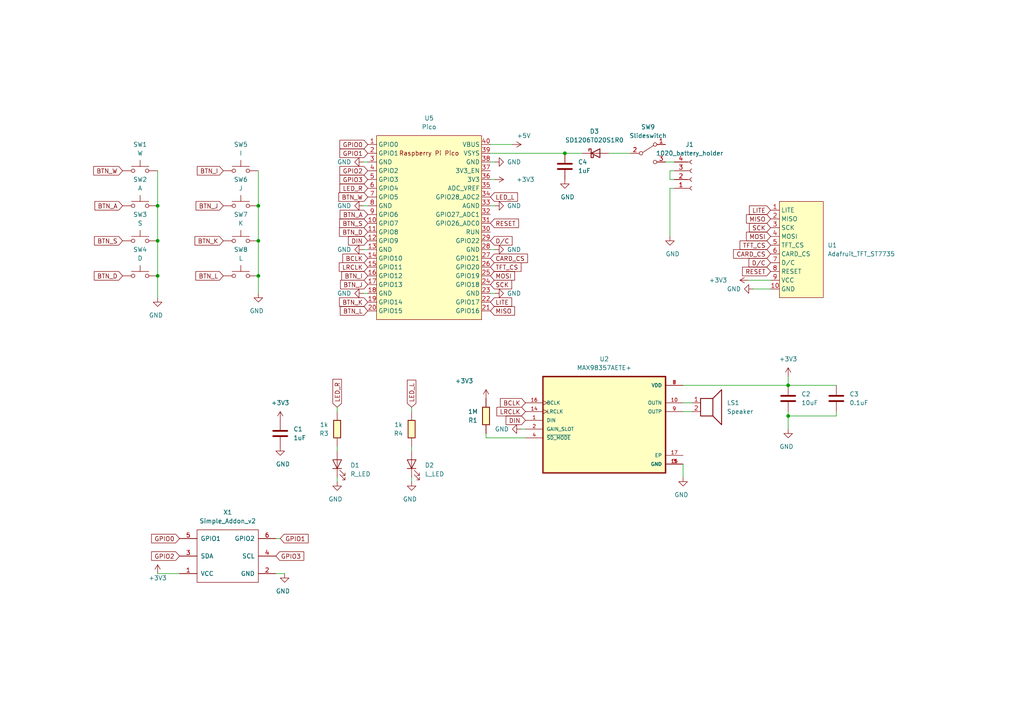
<source format=kicad_sch>
(kicad_sch (version 20230121) (generator eeschema)
  (paper "A4")
  (lib_symbols
    (symbol "Connector:Conn_01x04_Female" (pin_names (offset 1.016) hide)
      (property "Reference" "J" (at 0 5.08 0))
      (property "Value" "Conn_01x04_Female" (at 0 -7.62 0))
      (symbol "Conn_01x04_Female_1_1"
        (arc (start 0 -4.572) (mid -0.5058 -5.08) (end 0 -5.588) (stroke (width 0.1524)))
        (arc (start 0 -2.032) (mid -0.5058 -2.54) (end 0 -3.048) (stroke (width 0.1524)))
        (polyline (pts (xy -1.27 -5.08) (xy -0.508 -5.08)) (stroke (width 0.1524)))
        (polyline (pts (xy -1.27 -2.54) (xy -0.508 -2.54)) (stroke (width 0.1524)))
        (polyline (pts (xy -1.27 0) (xy -0.508 0)) (stroke (width 0.1524)))
        (polyline (pts (xy -1.27 2.54) (xy -0.508 2.54)) (stroke (width 0.1524)))
        (arc (start 0 0.508) (mid -0.5058 0) (end 0 -0.508) (stroke (width 0.1524)))
        (arc (start 0 3.048) (mid -0.5058 2.54) (end 0 2.032) (stroke (width 0.1524)))
        (pin passive line (at -5.08 2.54 0) (length 3.81) (name "Pin_1") (number "1"))
        (pin passive line (at -5.08 0 0) (length 3.81) (name "Pin_2") (number "2"))
        (pin passive line (at -5.08 -2.54 0) (length 3.81) (name "Pin_3") (number "3"))
        (pin passive line (at -5.08 -5.08 0) (length 3.81) (name "Pin_4") (number "4"))
      )
    )
    (symbol "Device:D_Schottky" (pin_numbers hide) (pin_names (offset 1.016) hide)
      (property "Reference" "D" (at 0 2.54 0))
      (property "Value" "D_Schottky" (at 0 -2.54 0))
      (symbol "D_Schottky_0_1"
        (polyline (pts (xy 1.27 0) (xy -1.27 0)))
        (polyline (pts (xy 1.27 1.27) (xy 1.27 -1.27) (xy -1.27 0) (xy 1.27 1.27)) (stroke (width 0.254)))
        (polyline (pts (xy -1.905 0.635) (xy -1.905 1.27) (xy -1.27 1.27) (xy -1.27 -1.27) (xy -0.635 -1.27) (xy -0.635 -0.635)) (stroke (width 0.254)))
      )
      (symbol "D_Schottky_1_1"
        (pin passive line (at -3.81 0 0) (length 2.54) (name "K") (number "1"))
        (pin passive line (at 3.81 0 180) (length 2.54) (name "A") (number "2"))
      )
    )
    (symbol "Device:Speaker" (pin_names (offset 0) hide)
      (property "Reference" "LS" (at 1.27 5.715 0))
      (property "Value" "Speaker" (at 1.27 3.81 0))
      (symbol "Speaker_0_0"
        (rectangle (start -2.54 1.27) (end 1.016 -3.81) (stroke (width 0.254)))
        (polyline (pts (xy 1.016 1.27) (xy 3.556 3.81) (xy 3.556 -6.35) (xy 1.016 -3.81)) (stroke (width 0.254)))
      )
      (symbol "Speaker_1_1"
        (pin input line (at -5.08 0 0) (length 2.54) (name "1") (number "1"))
        (pin input line (at -5.08 -2.54 0) (length 2.54) (name "2") (number "2"))
      )
    )
    (symbol "MAX98357AETE_:MAX98357AETE+" (pin_names (offset 1.016))
      (property "Reference" "U" (at -17.8054 13.7414 0))
      (property "Value" "MAX98357AETE+" (at -17.8054 -19.2786 0))
      (symbol "MAX98357AETE+_0_0"
        (rectangle (start -17.78 -15.24) (end 17.78 12.7) (stroke (width 0.4064)) (fill (type background)))
        (pin input line (at -22.86 0 0) (length 5.08) (name "DIN") (number "1"))
        (pin output line (at 22.86 5.08 180) (length 5.08) (name "OUTN") (number "10"))
        (pin power_in line (at 22.86 -12.7 180) (length 5.08) (name "GND") (number "11"))
        (pin input clock (at -22.86 2.54 0) (length 5.08) (name "LRCLK") (number "14"))
        (pin power_in line (at 22.86 -12.7 180) (length 5.08) (name "GND") (number "15"))
        (pin input clock (at -22.86 5.08 0) (length 5.08) (name "BCLK") (number "16"))
        (pin power_in line (at 22.86 -10.16 180) (length 5.08) (name "EP") (number "17"))
        (pin input line (at -22.86 -2.54 0) (length 5.08) (name "GAIN_SLOT") (number "2"))
        (pin power_in line (at 22.86 -12.7 180) (length 5.08) (name "GND") (number "3"))
        (pin input line (at -22.86 -5.08 0) (length 5.08) (name "~{SD_MODE}") (number "4"))
        (pin power_in line (at 22.86 10.16 180) (length 5.08) (name "VDD") (number "7"))
        (pin power_in line (at 22.86 10.16 180) (length 5.08) (name "VDD") (number "8"))
        (pin output line (at 22.86 2.54 180) (length 5.08) (name "OUTP") (number "9"))
      )
    )
    (symbol "MCU_RaspberryPi_and_Boards:Pico"
      (property "Reference" "U5" (at 0 31.75 0))
      (property "Value" "Pico" (at 0 29.21 0))
      (symbol "Pico_0_0"
        (text "Raspberry Pi Pico" (at 0 21.59 0) (effects (font (size 1.27 1.27))))
      )
      (symbol "Pico_0_1"
        (rectangle (start -15.24 26.67) (end 15.24 -26.67) (fill (type background)))
      )
      (symbol "Pico_1_1"
        (pin bidirectional line (at -17.78 24.13 0) (length 2.54) (name "GPIO0") (number "1"))
        (pin bidirectional line (at -17.78 1.27 0) (length 2.54) (name "GPIO7") (number "10"))
        (pin bidirectional line (at -17.78 -1.27 0) (length 2.54) (name "GPIO8") (number "11"))
        (pin bidirectional line (at -17.78 -3.81 0) (length 2.54) (name "GPIO9") (number "12"))
        (pin power_in line (at -17.78 -6.35 0) (length 2.54) (name "GND") (number "13"))
        (pin bidirectional line (at -17.78 -8.89 0) (length 2.54) (name "GPIO10") (number "14"))
        (pin bidirectional line (at -17.78 -11.43 0) (length 2.54) (name "GPIO11") (number "15"))
        (pin bidirectional line (at -17.78 -13.97 0) (length 2.54) (name "GPIO12") (number "16"))
        (pin bidirectional line (at -17.78 -16.51 0) (length 2.54) (name "GPIO13") (number "17"))
        (pin power_in line (at -17.78 -19.05 0) (length 2.54) (name "GND") (number "18"))
        (pin bidirectional line (at -17.78 -21.59 0) (length 2.54) (name "GPIO14") (number "19"))
        (pin bidirectional line (at -17.78 21.59 0) (length 2.54) (name "GPIO1") (number "2"))
        (pin bidirectional line (at -17.78 -24.13 0) (length 2.54) (name "GPIO15") (number "20"))
        (pin bidirectional line (at 17.78 -24.13 180) (length 2.54) (name "GPIO16") (number "21"))
        (pin bidirectional line (at 17.78 -21.59 180) (length 2.54) (name "GPIO17") (number "22"))
        (pin power_in line (at 17.78 -19.05 180) (length 2.54) (name "GND") (number "23"))
        (pin bidirectional line (at 17.78 -16.51 180) (length 2.54) (name "GPIO18") (number "24"))
        (pin bidirectional line (at 17.78 -13.97 180) (length 2.54) (name "GPIO19") (number "25"))
        (pin bidirectional line (at 17.78 -11.43 180) (length 2.54) (name "GPIO20") (number "26"))
        (pin bidirectional line (at 17.78 -8.89 180) (length 2.54) (name "GPIO21") (number "27"))
        (pin power_in line (at 17.78 -6.35 180) (length 2.54) (name "GND") (number "28"))
        (pin bidirectional line (at 17.78 -3.81 180) (length 2.54) (name "GPIO22") (number "29"))
        (pin power_in line (at -17.78 19.05 0) (length 2.54) (name "GND") (number "3"))
        (pin input line (at 17.78 -1.27 180) (length 2.54) (name "RUN") (number "30"))
        (pin bidirectional line (at 17.78 1.27 180) (length 2.54) (name "GPIO26_ADC0") (number "31"))
        (pin bidirectional line (at 17.78 3.81 180) (length 2.54) (name "GPIO27_ADC1") (number "32"))
        (pin power_in line (at 17.78 6.35 180) (length 2.54) (name "AGND") (number "33"))
        (pin bidirectional line (at 17.78 8.89 180) (length 2.54) (name "GPIO28_ADC2") (number "34"))
        (pin power_in line (at 17.78 11.43 180) (length 2.54) (name "ADC_VREF") (number "35"))
        (pin power_in line (at 17.78 13.97 180) (length 2.54) (name "3V3") (number "36"))
        (pin input line (at 17.78 16.51 180) (length 2.54) (name "3V3_EN") (number "37"))
        (pin bidirectional line (at 17.78 19.05 180) (length 2.54) (name "GND") (number "38"))
        (pin power_in line (at 17.78 21.59 180) (length 2.54) (name "VSYS") (number "39"))
        (pin bidirectional line (at -17.78 16.51 0) (length 2.54) (name "GPIO2") (number "4"))
        (pin power_in line (at 17.78 24.13 180) (length 2.54) (name "VBUS") (number "40"))
        (pin bidirectional line (at -17.78 13.97 0) (length 2.54) (name "GPIO3") (number "5"))
        (pin bidirectional line (at -17.78 11.43 0) (length 2.54) (name "GPIO4") (number "6"))
        (pin bidirectional line (at -17.78 8.89 0) (length 2.54) (name "GPIO5") (number "7"))
        (pin power_in line (at -17.78 6.35 0) (length 2.54) (name "GND") (number "8"))
        (pin bidirectional line (at -17.78 3.81 0) (length 2.54) (name "GPIO6") (number "9"))
      )
    )
    (symbol "Simple_Addon_v2:Simple_Addon_v2" (pin_names (offset 1.016))
      (property "Reference" "X" (at 0 0 0))
      (property "Value" "Simple_Addon_v2" (at 0 20.32 0))
      (symbol "Simple_Addon_v2_0_1"
        (rectangle (start -7.62 8.89) (end 7.62 -8.89))
      )
      (symbol "Simple_Addon_v2_1_1"
        (pin input line (at -5.08 13.97 270) (length 5.08) (name "VCC") (number "1"))
        (pin input line (at -5.08 -13.97 90) (length 5.08) (name "GND") (number "2"))
        (pin input line (at 0 13.97 270) (length 5.08) (name "SDA") (number "3"))
        (pin input line (at 0 -13.97 90) (length 5.08) (name "SCL") (number "4"))
        (pin input line (at 5.08 13.97 270) (length 5.08) (name "GPIO1") (number "5"))
        (pin input line (at 5.08 -13.97 90) (length 5.08) (name "GPIO2") (number "6"))
      )
    )
    (symbol "fab:BUTTON_B3SN" (pin_numbers hide) (pin_names (offset 1.016) hide)
      (property "Reference" "SW" (at 1.27 2.54 0))
      (property "Value" "BUTTON_B3SN" (at 0 -1.524 0))
      (symbol "BUTTON_B3SN_0_1"
        (circle (center -2.032 0) (radius 0.508))
        (polyline (pts (xy 0 1.27) (xy 0 3.048)))
        (polyline (pts (xy 2.54 1.27) (xy -2.54 1.27)))
        (circle (center 2.032 0) (radius 0.508))
        (pin passive line (at -5.08 0 0) (length 2.54) (name "1") (number "1"))
        (pin passive line (at 5.08 0 180) (length 2.54) (name "2") (number "2"))
      )
    )
    (symbol "fab:C" (pin_numbers hide) (pin_names (offset 0.254))
      (property "Reference" "C" (at 0.635 2.54 0))
      (property "Value" "C" (at 0.635 -2.54 0))
      (symbol "C_0_1"
        (polyline (pts (xy -2.032 -0.762) (xy 2.032 -0.762)) (stroke (width 0.508)))
        (polyline (pts (xy -2.032 0.762) (xy 2.032 0.762)) (stroke (width 0.508)))
      )
      (symbol "C_1_1"
        (pin passive line (at 0 3.81 270) (length 2.794) (name "~") (number "1"))
        (pin passive line (at 0 -3.81 90) (length 2.794) (name "~") (number "2"))
      )
    )
    (symbol "fab:LED_1206" (pin_numbers hide) (pin_names (offset 1.016) hide)
      (property "Reference" "D" (at 0 2.54 0))
      (property "Value" "LED_1206" (at 0 -2.54 0))
      (symbol "LED_1206_0_1"
        (polyline (pts (xy -1.27 -1.27) (xy -1.27 1.27)) (stroke (width 0.2032)))
        (polyline (pts (xy -1.27 0) (xy 1.27 0)))
        (polyline (pts (xy 1.27 -1.27) (xy 1.27 1.27) (xy -1.27 0) (xy 1.27 -1.27)) (stroke (width 0.2032)))
        (polyline (pts (xy -3.048 -0.762) (xy -4.572 -2.286) (xy -3.81 -2.286) (xy -4.572 -2.286) (xy -4.572 -1.524)))
        (polyline (pts (xy -1.778 -0.762) (xy -3.302 -2.286) (xy -2.54 -2.286) (xy -3.302 -2.286) (xy -3.302 -1.524)))
      )
      (symbol "LED_1206_1_1"
        (pin passive line (at -3.81 0 0) (length 2.54) (name "K") (number "1"))
        (pin passive line (at 3.81 0 180) (length 2.54) (name "A") (number "2"))
      )
    )
    (symbol "fab:Power_+3V3" (power) (pin_names (offset 0))
      (property "Value" "Power_+3V3" (at 0 3.556 0))
      (symbol "Power_+3V3_0_1"
        (polyline (pts (xy -0.762 1.27) (xy 0 2.54)))
        (polyline (pts (xy 0 0) (xy 0 2.54)))
        (polyline (pts (xy 0 2.54) (xy 0.762 1.27)))
      )
      (symbol "Power_+3V3_1_1"
        (pin power_in line (at 0 0 90) (length 0) hide (name "+3V3") (number "1"))
      )
    )
    (symbol "fab:Power_+5V" (power) (pin_names (offset 0))
      (property "Value" "Power_+5V" (at 0 3.556 0))
      (symbol "Power_+5V_0_1"
        (polyline (pts (xy -0.762 1.27) (xy 0 2.54)))
        (polyline (pts (xy 0 0) (xy 0 2.54)))
        (polyline (pts (xy 0 2.54) (xy 0.762 1.27)))
      )
      (symbol "Power_+5V_1_1"
        (pin power_in line (at 0 0 90) (length 0) hide (name "+5V") (number "1"))
      )
    )
    (symbol "fab:Power_GND" (power) (pin_names (offset 0))
      (property "Value" "Power_GND" (at 0 -3.81 0))
      (symbol "Power_GND_0_1"
        (polyline (pts (xy 0 0) (xy 0 -1.27) (xy 1.27 -1.27) (xy 0 -2.54) (xy -1.27 -1.27) (xy 0 -1.27)))
      )
      (symbol "Power_GND_1_1"
        (pin power_in line (at 0 0 270) (length 0) hide (name "GND") (number "1"))
      )
    )
    (symbol "fab:R_1206" (pin_numbers hide) (pin_names (offset 0))
      (property "Reference" "R" (at 2.54 0 90))
      (property "Value" "R_1206" (at -2.54 0 90))
      (symbol "R_1206_0_1"
        (rectangle (start -1.016 -2.54) (end 1.016 2.54) (stroke (width 0.254)) (fill (type background)))
      )
      (symbol "R_1206_1_1"
        (pin passive line (at 0 5.08 270) (length 2.54) (name "~") (number "1"))
        (pin passive line (at 0 -5.08 90) (length 2.54) (name "~") (number "2"))
      )
    )
    (symbol "fab:SWITCH_AYZ0102AGRLC" (pin_names (offset 0) hide)
      (property "Reference" "SW" (at 0 4.318 0))
      (property "Value" "SWITCH_AYZ0102AGRLC" (at 0 -5.08 0))
      (symbol "SWITCH_AYZ0102AGRLC_0_0"
        (circle (center -2.032 0) (radius 0.508))
        (circle (center 2.032 -2.54) (radius 0.508))
      )
      (symbol "SWITCH_AYZ0102AGRLC_0_1"
        (polyline (pts (xy -1.524 0.254) (xy 1.651 2.286)))
        (circle (center 2.032 2.54) (radius 0.508))
      )
      (symbol "SWITCH_AYZ0102AGRLC_1_1"
        (pin passive line (at 5.08 2.54 180) (length 2.54) (name "A") (number "1"))
        (pin passive line (at -5.08 0 0) (length 2.54) (name "B") (number "2"))
        (pin passive line (at 5.08 -2.54 180) (length 2.54) (name "C") (number "3"))
      )
    )
    (symbol "fab_custom:Adafruit_TFT_ST7735"
      (property "Reference" "U1" (at 7.62 1.2701 0))
      (property "Value" "Adafruit_TFT_ST7735" (at 7.62 -1.2699 0))
      (symbol "Adafruit_TFT_ST7735_0_1"
        (rectangle (start -6.35 13.97) (end 6.35 -13.97) (fill (type background)))
      )
      (symbol "Adafruit_TFT_ST7735_1_1"
        (pin input line (at -8.89 11.43 0) (length 2.54) (name "LITE") (number "1"))
        (pin power_in line (at -8.89 -11.43 0) (length 2.54) (name "GND") (number "10"))
        (pin output line (at -8.89 8.89 0) (length 2.54) (name "MISO") (number "2"))
        (pin input line (at -8.89 6.35 0) (length 2.54) (name "SCK") (number "3"))
        (pin input line (at -8.89 3.81 0) (length 2.54) (name "MOSI") (number "4"))
        (pin input line (at -8.89 1.27 0) (length 2.54) (name "TFT_CS") (number "5"))
        (pin input line (at -8.89 -1.27 0) (length 2.54) (name "CARD_CS") (number "6"))
        (pin input line (at -8.89 -3.81 0) (length 2.54) (name "D/C") (number "7"))
        (pin input line (at -8.89 -6.35 0) (length 2.54) (name "RESET") (number "8"))
        (pin power_in line (at -8.89 -8.89 0) (length 2.54) (name "VCC") (number "9"))
      )
    )
  )
  (junction (at 228.6 111.76))
  (junction (at 163.83 44.45))
  (junction (at 228.6 120.65))
  (junction (at 74.93 69.85))
  (junction (at 45.72 59.69))
  (junction (at 45.72 69.85))
  (junction (at 74.93 80.01))
  (junction (at 74.93 59.69))
  (junction (at 45.72 80.01))
  (wire (pts (xy 242.57 120.65) (xy 242.57 119.38)))
  (wire (pts (xy 168.91 44.45) (xy 163.83 44.45)))
  (wire (pts (xy 45.72 69.85) (xy 45.72 80.01)))
  (wire (pts (xy 81.28 156.21) (xy 80.01 156.21)))
  (wire (pts (xy 143.51 46.99) (xy 142.24 46.99)))
  (wire (pts (xy 105.41 46.99) (xy 106.68 46.99)))
  (wire (pts (xy 80.01 166.37) (xy 82.55 166.37)))
  (wire (pts (xy 105.41 85.09) (xy 106.68 85.09)))
  (wire (pts (xy 217.17 81.28) (xy 223.52 81.28)))
  (wire (pts (xy 105.41 72.39) (xy 106.68 72.39)))
  (wire (pts (xy 74.93 59.69) (xy 74.93 69.85)))
  (wire (pts (xy 194.31 52.07) (xy 194.31 49.53)))
  (wire (pts (xy 97.79 118.11) (xy 97.79 119.38)))
  (wire (pts (xy 151.13 124.46) (xy 152.4 124.46)))
  (wire (pts (xy 74.93 69.85) (xy 74.93 80.01)))
  (wire (pts (xy 119.38 118.11) (xy 119.38 119.38)))
  (wire (pts (xy 228.6 111.76) (xy 198.12 111.76)))
  (wire (pts (xy 228.6 109.22) (xy 228.6 111.76)))
  (wire (pts (xy 143.51 85.09) (xy 142.24 85.09)))
  (wire (pts (xy 152.4 127) (xy 140.97 127)))
  (wire (pts (xy 45.72 80.01) (xy 45.72 86.36)))
  (wire (pts (xy 97.79 139.7) (xy 97.79 138.43)))
  (wire (pts (xy 194.31 49.53) (xy 195.58 49.53)))
  (wire (pts (xy 105.41 59.69) (xy 106.68 59.69)))
  (wire (pts (xy 228.6 119.38) (xy 228.6 120.65)))
  (wire (pts (xy 119.38 129.54) (xy 119.38 130.81)))
  (wire (pts (xy 74.93 80.01) (xy 74.93 85.09)))
  (wire (pts (xy 143.51 52.07) (xy 142.24 52.07)))
  (wire (pts (xy 228.6 120.65) (xy 228.6 124.46)))
  (wire (pts (xy 200.66 119.38) (xy 198.12 119.38)))
  (wire (pts (xy 200.66 116.84) (xy 198.12 116.84)))
  (wire (pts (xy 97.79 129.54) (xy 97.79 130.81)))
  (wire (pts (xy 45.72 59.69) (xy 45.72 69.85)))
  (wire (pts (xy 45.72 49.53) (xy 45.72 59.69)))
  (wire (pts (xy 195.58 52.07) (xy 194.31 52.07)))
  (wire (pts (xy 195.58 54.61) (xy 194.31 54.61)))
  (wire (pts (xy 143.51 59.69) (xy 142.24 59.69)))
  (wire (pts (xy 218.44 83.82) (xy 223.52 83.82)))
  (wire (pts (xy 193.04 46.99) (xy 195.58 46.99)))
  (wire (pts (xy 148.59 41.91) (xy 142.24 41.91)))
  (wire (pts (xy 194.31 54.61) (xy 194.31 68.58)))
  (wire (pts (xy 143.51 72.39) (xy 142.24 72.39)))
  (wire (pts (xy 45.72 166.37) (xy 52.07 166.37)))
  (wire (pts (xy 198.12 138.43) (xy 198.12 134.62)))
  (wire (pts (xy 119.38 139.7) (xy 119.38 138.43)))
  (wire (pts (xy 228.6 111.76) (xy 242.57 111.76)))
  (wire (pts (xy 142.24 44.45) (xy 163.83 44.45)))
  (wire (pts (xy 74.93 49.53) (xy 74.93 59.69)))
  (wire (pts (xy 176.53 44.45) (xy 182.88 44.45)))
  (wire (pts (xy 140.97 127) (xy 140.97 125.73)))
  (wire (pts (xy 228.6 120.65) (xy 242.57 120.65)))
  (global_label "BTN_W" (shape input) (at 35.56 49.53 180) (property "Intersheetrefs" "${INTERSHEET_REFS}" (effects hide)))
  (global_label "BTN_I" (shape input) (at 106.68 80.01 180) (property "Intersheetrefs" "${INTERSHEET_REFS}" (effects hide)))
  (global_label "BTN_A" (shape input) (at 35.56 59.69 180) (property "Intersheetrefs" "${INTERSHEET_REFS}" (effects hide)))
  (global_label "LED_L" (shape input) (at 142.24 57.15 0) (property "Intersheetrefs" "${INTERSHEET_REFS}" (effects hide)))
  (global_label "D{slash}C" (shape input) (at 223.52 76.2 180) (property "Intersheetrefs" "${INTERSHEET_REFS}" (effects hide)))
  (global_label "BTN_W" (shape input) (at 106.68 57.15 180) (property "Intersheetrefs" "${INTERSHEET_REFS}" (effects hide)))
  (global_label "CARD_CS" (shape input) (at 223.52 73.66 180) (property "Intersheetrefs" "${INTERSHEET_REFS}" (effects hide)))
  (global_label "LED_L" (shape input) (at 119.38 118.11 90) (property "Intersheetrefs" "${INTERSHEET_REFS}" (effects hide)))
  (global_label "BTN_L" (shape input) (at 64.77 80.01 180) (property "Intersheetrefs" "${INTERSHEET_REFS}" (effects hide)))
  (global_label "BTN_J" (shape input) (at 106.68 82.55 180) (property "Intersheetrefs" "${INTERSHEET_REFS}" (effects hide)))
  (global_label "MISO" (shape input) (at 223.52 63.5 180) (property "Intersheetrefs" "${INTERSHEET_REFS}" (effects hide)))
  (global_label "BTN_D" (shape input) (at 35.56 80.01 180) (property "Intersheetrefs" "${INTERSHEET_REFS}" (effects hide)))
  (global_label "LED_R" (shape input) (at 106.68 54.61 180) (property "Intersheetrefs" "${INTERSHEET_REFS}" (effects hide)))
  (global_label "MOSI" (shape input) (at 223.52 68.58 180) (property "Intersheetrefs" "${INTERSHEET_REFS}" (effects hide)))
  (global_label "BTN_A" (shape input) (at 106.68 62.23 180) (property "Intersheetrefs" "${INTERSHEET_REFS}" (effects hide)))
  (global_label "LITE" (shape input) (at 142.24 87.63 0) (property "Intersheetrefs" "${INTERSHEET_REFS}" (effects hide)))
  (global_label "GPIO2" (shape input) (at 52.07 161.29 180) (property "Intersheetrefs" "${INTERSHEET_REFS}" (effects hide)))
  (global_label "BCLK" (shape input) (at 106.68 74.93 180) (property "Intersheetrefs" "${INTERSHEET_REFS}" (effects hide)))
  (global_label "DIN" (shape input) (at 106.68 69.85 180) (property "Intersheetrefs" "${INTERSHEET_REFS}" (effects hide)))
  (global_label "LED_R" (shape input) (at 97.79 118.11 90) (property "Intersheetrefs" "${INTERSHEET_REFS}" (effects hide)))
  (global_label "MOSI" (shape input) (at 142.24 80.01 0) (property "Intersheetrefs" "${INTERSHEET_REFS}" (effects hide)))
  (global_label "LRCLK" (shape input) (at 106.68 77.47 180) (property "Intersheetrefs" "${INTERSHEET_REFS}" (effects hide)))
  (global_label "SCK" (shape input) (at 142.24 82.55 0) (property "Intersheetrefs" "${INTERSHEET_REFS}" (effects hide)))
  (global_label "BTN_I" (shape input) (at 64.77 49.53 180) (property "Intersheetrefs" "${INTERSHEET_REFS}" (effects hide)))
  (global_label "BTN_J" (shape input) (at 64.77 59.69 180) (property "Intersheetrefs" "${INTERSHEET_REFS}" (effects hide)))
  (global_label "GPIO1" (shape input) (at 81.28 156.21 0) (property "Intersheetrefs" "${INTERSHEET_REFS}" (effects hide)))
  (global_label "TFT_CS" (shape input) (at 223.52 71.12 180) (property "Intersheetrefs" "${INTERSHEET_REFS}" (effects hide)))
  (global_label "BTN_S" (shape input) (at 106.68 64.77 180) (property "Intersheetrefs" "${INTERSHEET_REFS}" (effects hide)))
  (global_label "GPIO0" (shape input) (at 52.07 156.21 180) (property "Intersheetrefs" "${INTERSHEET_REFS}" (effects hide)))
  (global_label "GPIO3" (shape input) (at 80.01 161.29 0) (property "Intersheetrefs" "${INTERSHEET_REFS}" (effects hide)))
  (global_label "GPIO0" (shape input) (at 106.68 41.91 180) (property "Intersheetrefs" "${INTERSHEET_REFS}" (effects hide)))
  (global_label "RESET" (shape input) (at 223.52 78.74 180) (property "Intersheetrefs" "${INTERSHEET_REFS}" (effects hide)))
  (global_label "TFT_CS" (shape input) (at 142.24 77.47 0) (property "Intersheetrefs" "${INTERSHEET_REFS}" (effects hide)))
  (global_label "MISO" (shape input) (at 142.24 90.17 0) (property "Intersheetrefs" "${INTERSHEET_REFS}" (effects hide)))
  (global_label "D{slash}C" (shape input) (at 142.24 69.85 0) (property "Intersheetrefs" "${INTERSHEET_REFS}" (effects hide)))
  (global_label "LRCLK" (shape input) (at 152.4 119.38 180) (property "Intersheetrefs" "${INTERSHEET_REFS}" (effects hide)))
  (global_label "GPIO1" (shape input) (at 106.68 44.45 180) (property "Intersheetrefs" "${INTERSHEET_REFS}" (effects hide)))
  (global_label "LITE" (shape input) (at 223.52 60.96 180) (property "Intersheetrefs" "${INTERSHEET_REFS}" (effects hide)))
  (global_label "GPIO3" (shape input) (at 106.68 52.07 180) (property "Intersheetrefs" "${INTERSHEET_REFS}" (effects hide)))
  (global_label "GPIO2" (shape input) (at 106.68 49.53 180) (property "Intersheetrefs" "${INTERSHEET_REFS}" (effects hide)))
  (global_label "BTN_K" (shape input) (at 106.68 87.63 180) (property "Intersheetrefs" "${INTERSHEET_REFS}" (effects hide)))
  (global_label "BTN_L" (shape input) (at 106.68 90.17 180) (property "Intersheetrefs" "${INTERSHEET_REFS}" (effects hide)))
  (global_label "SCK" (shape input) (at 223.52 66.04 180) (property "Intersheetrefs" "${INTERSHEET_REFS}" (effects hide)))
  (global_label "BCLK" (shape input) (at 152.4 116.84 180) (property "Intersheetrefs" "${INTERSHEET_REFS}" (effects hide)))
  (global_label "DIN" (shape input) (at 152.4 121.92 180) (property "Intersheetrefs" "${INTERSHEET_REFS}" (effects hide)))
  (global_label "CARD_CS" (shape input) (at 142.24 74.93 0) (property "Intersheetrefs" "${INTERSHEET_REFS}" (effects hide)))
  (global_label "RESET" (shape input) (at 142.24 64.77 0) (property "Intersheetrefs" "${INTERSHEET_REFS}" (effects hide)))
  (global_label "BTN_K" (shape input) (at 64.77 69.85 180) (property "Intersheetrefs" "${INTERSHEET_REFS}" (effects hide)))
  (global_label "BTN_S" (shape input) (at 35.56 69.85 180) (property "Intersheetrefs" "${INTERSHEET_REFS}" (effects hide)))
  (global_label "BTN_D" (shape input) (at 106.68 67.31 180) (property "Intersheetrefs" "${INTERSHEET_REFS}" (effects hide)))
  (symbol (lib_id "fab:Power_GND") (at 105.41 59.69 270) (unit 1)
    (property "Reference" "#PWR0105" (effects hide))
    (property "Value" "GND" (at 97.79 59.69 90) (effects (justify left)))
  )
  (symbol (lib_id "fab:Power_GND") (at 143.51 72.39 90) (unit 1)
    (property "Reference" "#PWR0102" (effects hide))
    (property "Value" "GND" (at 151.13 72.39 90) (effects (justify left)))
  )
  (symbol (lib_id "fab:Power_+3V3") (at 228.6 109.22 0) (unit 1)
    (property "Reference" "#PWR0117" (effects hide))
    (property "Value" "Power_+3V3" (at 228.6 104.14 0))
  )
  (symbol (lib_id "fab:Power_GND") (at 228.6 124.46 0) (unit 1)
    (property "Reference" "#PWR0124" (effects hide))
    (property "Value" "GND" (at 226.06 129.54 0) (effects (justify left)))
  )
  (symbol (lib_id "fab:Power_GND") (at 82.55 166.37 0) (unit 1)
    (property "Reference" "#PWR01" (effects hide))
    (property "Value" "GND" (at 80.01 171.45 0) (effects (justify left)))
  )
  (symbol (lib_id "fab:C") (at 163.83 48.26 0) (unit 1)
    (property "Reference" "C4" (at 167.64 46.9899 0) (effects (justify left)))
    (property "Value" "1uF" (at 167.64 49.5299 0) (effects (justify left)))
    (property "Footprint" "fab:C_1206" (effects hide))
  )
  (symbol (lib_id "fab:BUTTON_B3SN") (at 40.64 49.53 0) (unit 1)
    (property "Reference" "SW1" (at 40.64 41.91 0))
    (property "Value" "W" (at 40.64 44.45 0))
    (property "Footprint" "Button_Switch_THT:SW_PUSH-12mm_Wuerth-430476085716" (effects hide))
    (property "Datasheet" "https://omronfs.omron.com/en_US/ecb/products/pdf/en-b3sn.pdf" (effects hide))
  )
  (symbol (lib_id "fab:Power_GND") (at 45.72 86.36 0) (unit 1)
    (property "Reference" "#PWR0114" (effects hide))
    (property "Value" "GND" (at 43.18 91.44 0) (effects (justify left)))
  )
  (symbol (lib_id "fab:Power_GND") (at 105.41 72.39 270) (unit 1)
    (property "Reference" "#PWR0109" (effects hide))
    (property "Value" "GND" (at 97.79 72.39 90) (effects (justify left)))
  )
  (symbol (lib_id "fab:Power_+3V3") (at 217.17 81.28 90) (unit 1)
    (property "Reference" "#PWR0123" (effects hide))
    (property "Value" "Power_+3V3" (at 208.28 81.28 90))
  )
  (symbol (lib_id "fab:SWITCH_AYZ0102AGRLC") (at 187.96 44.45 0) (unit 1)
    (property "Reference" "SW9" (at 187.96 36.83 0))
    (property "Value" "Slideswitch" (at 187.96 39.37 0))
    (property "Footprint" "slideSWSMD:slideswitchCK" (effects hide))
    (property "Datasheet" "https://www.ckswitches.com/media/1431/ayz.pdf" (effects hide))
  )
  (symbol (lib_id "fab:Power_+3V3") (at 81.28 121.92 0) (unit 1)
    (property "Reference" "#PWR0118" (effects hide))
    (property "Value" "Power_+3V3" (at 81.28 116.84 0))
  )
  (symbol (lib_id "fab:Power_GND") (at 194.31 68.58 0) (unit 1)
    (property "Reference" "#PWR0106" (effects hide))
    (property "Value" "GND" (at 193.04 73.66 0) (effects (justify left)))
  )
  (symbol (lib_id "Simple_Addon_v2:Simple_Addon_v2") (at 66.04 161.29 90) (unit 1)
    (property "Reference" "X1" (at 66.04 148.59 90))
    (property "Value" "Simple_Addon_v2" (at 66.04 151.13 90))
    (property "Footprint" "Simple_Addon_v2:Simple_Addon_v2-BADGE-2x3" (effects hide))
  )
  (symbol (lib_id "Connector:Conn_01x04_Female") (at 200.66 52.07 0) (mirror x) (unit 1)
    (property "Reference" "J1" (at 200.025 41.91 0))
    (property "Value" "1020_battery_holder" (at 200.025 44.45 0))
    (property "Footprint" "local:1022" (effects hide))
  )
  (symbol (lib_id "fab:R_1206") (at 119.38 124.46 0) (unit 1)
    (property "Reference" "R4" (at 115.57 125.73 0))
    (property "Value" "1k" (at 115.57 123.19 0))
    (property "Footprint" "fab:R_1206" (effects hide))
  )
  (symbol (lib_id "MAX98357AETE_:MAX98357AETE+") (at 175.26 121.92 0) (unit 1)
    (property "Reference" "U2" (at 175.26 104.14 0))
    (property "Value" "MAX98357AETE+" (at 175.26 106.68 0))
    (property "Footprint" "local:QFN50P300X300X80-17N" (effects hide))
    (property "MP" "MAX98357AETE+" (effects hide))
    (property "DESCRIPTION" "Audio Amp Speaker 1-CH Mono Class-D 16-Pin TQFN EP" (effects hide))
    (property "MANUFACTURER" "Maxim Integrated" (effects hide))
    (property "PACKAGE" "TQFN-16 Maxim Integrated" (effects hide))
    (property "STANDARD" "IPC7351B" (effects hide))
    (property "PRICE" "None" (effects hide))
  )
  (symbol (lib_id "fab:Power_GND") (at 143.51 59.69 90) (unit 1)
    (property "Reference" "#PWR0103" (effects hide))
    (property "Value" "GND" (at 151.13 59.69 90) (effects (justify left)))
  )
  (symbol (lib_id "fab:C") (at 228.6 115.57 0) (unit 1)
    (property "Reference" "C2" (at 232.41 114.2999 0) (effects (justify left)))
    (property "Value" "10uF" (at 232.41 116.8399 0) (effects (justify left)))
    (property "Footprint" "fab:C_1206" (effects hide))
  )
  (symbol (lib_id "fab:BUTTON_B3SN") (at 69.85 69.85 0) (unit 1)
    (property "Reference" "SW7" (at 69.85 62.23 0))
    (property "Value" "K" (at 69.85 64.77 0))
    (property "Footprint" "Button_Switch_THT:SW_PUSH-12mm_Wuerth-430476085716" (effects hide))
    (property "Datasheet" "https://omronfs.omron.com/en_US/ecb/products/pdf/en-b3sn.pdf" (effects hide))
  )
  (symbol (lib_id "fab:R_1206") (at 97.79 124.46 0) (unit 1)
    (property "Reference" "R3" (at 93.98 125.73 0))
    (property "Value" "1k" (at 93.98 123.19 0))
    (property "Footprint" "fab:R_1206" (effects hide))
  )
  (symbol (lib_id "fab:LED_1206") (at 119.38 134.62 90) (unit 1)
    (property "Reference" "D2" (at 123.19 134.9501 90) (effects (justify right)))
    (property "Value" "L_LED" (at 123.19 137.4901 90) (effects (justify right)))
    (property "Footprint" "fab:LED_1206" (effects hide))
    (property "Datasheet" "https://optoelectronics.liteon.com/upload/download/DS-22-98-0002/LTST-C150CKT.pdf" (effects hide))
  )
  (symbol (lib_id "fab:LED_1206") (at 97.79 134.62 90) (unit 1)
    (property "Reference" "D1" (at 101.6 134.9501 90) (effects (justify right)))
    (property "Value" "R_LED" (at 101.6 137.4901 90) (effects (justify right)))
    (property "Footprint" "fab:LED_1206" (effects hide))
    (property "Datasheet" "https://optoelectronics.liteon.com/upload/download/DS-22-98-0002/LTST-C150CKT.pdf" (effects hide))
  )
  (symbol (lib_id "fab:Power_+3V3") (at 140.97 115.57 0) (unit 1)
    (property "Reference" "#PWR0122" (effects hide))
    (property "Value" "Power_+3V3" (at 134.62 110.49 0))
  )
  (symbol (lib_id "fab:Power_GND") (at 119.38 139.7 0) (unit 1)
    (property "Reference" "#PWR0133" (effects hide))
    (property "Value" "GND" (at 116.84 144.78 0) (effects (justify left)))
  )
  (symbol (lib_id "MCU_RaspberryPi_and_Boards:Pico") (at 124.46 66.04 0) (unit 1)
    (property "Reference" "U5" (at 124.46 34.29 0))
    (property "Value" "Pico" (at 124.46 36.83 0))
    (property "Footprint" "fab:RPi_Pico_SMD_TH_mod" (effects hide))
  )
  (symbol (lib_id "fab:Power_GND") (at 81.28 129.54 0) (unit 1)
    (property "Reference" "#PWR0119" (effects hide))
    (property "Value" "GND" (at 80.01 134.62 0) (effects (justify left)))
  )
  (symbol (lib_id "Device:D_Schottky") (at 172.72 44.45 0) (unit 1)
    (property "Reference" "D3" (at 172.4025 38.1 0))
    (property "Value" "SD1206T020S1R0" (at 172.4025 40.64 0))
    (property "Footprint" "fab:Diode_Schotky_100V_1A_Mini_SMA" (effects hide))
  )
  (symbol (lib_id "fab:Power_GND") (at 74.93 85.09 0) (unit 1)
    (property "Reference" "#PWR0113" (effects hide))
    (property "Value" "GND" (at 72.39 90.17 0) (effects (justify left)))
  )
  (symbol (lib_id "fab:C") (at 242.57 115.57 0) (unit 1)
    (property "Reference" "C3" (at 246.38 114.2999 0) (effects (justify left)))
    (property "Value" "0.1uF" (at 246.38 116.8399 0) (effects (justify left)))
    (property "Footprint" "fab:C_1206" (effects hide))
  )
  (symbol (lib_id "fab:Power_+5V") (at 148.59 41.91 270) (unit 1)
    (property "Reference" "#PWR0116" (effects hide))
    (property "Value" "Power_+5V" (at 149.86 39.37 90) (effects (justify left)))
  )
  (symbol (lib_id "fab:BUTTON_B3SN") (at 40.64 59.69 0) (unit 1)
    (property "Reference" "SW2" (at 40.64 52.07 0))
    (property "Value" "A" (at 40.64 54.61 0))
    (property "Footprint" "Button_Switch_THT:SW_PUSH-12mm_Wuerth-430476085716" (effects hide))
    (property "Datasheet" "https://omronfs.omron.com/en_US/ecb/products/pdf/en-b3sn.pdf" (effects hide))
  )
  (symbol (lib_id "fab:Power_GND") (at 97.79 139.7 0) (unit 1)
    (property "Reference" "#PWR0132" (effects hide))
    (property "Value" "GND" (at 95.25 144.78 0) (effects (justify left)))
  )
  (symbol (lib_id "fab:Power_GND") (at 151.13 124.46 270) (unit 1)
    (property "Reference" "#PWR0120" (effects hide))
    (property "Value" "GND" (at 143.51 124.46 90) (effects (justify left)))
  )
  (symbol (lib_id "fab:Power_GND") (at 143.51 46.99 90) (unit 1)
    (property "Reference" "#PWR0108" (effects hide))
    (property "Value" "GND" (at 151.13 46.99 90) (effects (justify left)))
  )
  (symbol (lib_id "fab:Power_GND") (at 105.41 46.99 270) (unit 1)
    (property "Reference" "#PWR0111" (effects hide))
    (property "Value" "GND" (at 97.79 46.99 90) (effects (justify left)))
  )
  (symbol (lib_id "fab:BUTTON_B3SN") (at 69.85 49.53 0) (unit 1)
    (property "Reference" "SW5" (at 69.85 41.91 0))
    (property "Value" "I" (at 69.85 44.45 0))
    (property "Footprint" "Button_Switch_THT:SW_PUSH-12mm_Wuerth-430476085716" (effects hide))
    (property "Datasheet" "https://omronfs.omron.com/en_US/ecb/products/pdf/en-b3sn.pdf" (effects hide))
  )
  (symbol (lib_id "Device:Speaker") (at 205.74 116.84 0) (unit 1)
    (property "Reference" "LS1" (at 210.82 116.8399 0) (effects (justify left)))
    (property "Value" "Speaker" (at 210.82 119.3799 0) (effects (justify left)))
    (property "Footprint" "fab:CVS-1508" (effects hide))
  )
  (symbol (lib_id "fab:Power_+3V3") (at 143.51 52.07 270) (unit 1)
    (property "Reference" "#PWR0101" (effects hide))
    (property "Value" "Power_+3V3" (at 152.4 52.07 90))
  )
  (symbol (lib_id "fab:R_1206") (at 140.97 120.65 0) (unit 1)
    (property "Reference" "R1" (at 137.16 121.92 0))
    (property "Value" "1M" (at 137.16 119.38 0))
    (property "Footprint" "fab:R_1206" (effects hide))
  )
  (symbol (lib_id "fab_custom:Adafruit_TFT_ST7735") (at 232.41 72.39 0) (unit 1)
    (property "Reference" "U1" (at 240.03 71.1199 0) (effects (justify left)))
    (property "Value" "Adafruit_TFT_ST7735" (at 240.03 73.6599 0) (effects (justify left)))
    (property "Footprint" "fab:TFT_ST7735" (effects hide))
  )
  (symbol (lib_id "fab:Power_GND") (at 218.44 83.82 270) (unit 1)
    (property "Reference" "#PWR0104" (effects hide))
    (property "Value" "GND" (at 210.82 83.82 90) (effects (justify left)))
  )
  (symbol (lib_id "fab:Power_GND") (at 198.12 138.43 0) (unit 1)
    (property "Reference" "#PWR0121" (effects hide))
    (property "Value" "GND" (at 195.58 143.51 0) (effects (justify left)))
  )
  (symbol (lib_id "fab:BUTTON_B3SN") (at 40.64 69.85 0) (unit 1)
    (property "Reference" "SW3" (at 40.64 62.23 0))
    (property "Value" "S" (at 40.64 64.77 0))
    (property "Footprint" "Button_Switch_THT:SW_PUSH-12mm_Wuerth-430476085716" (effects hide))
    (property "Datasheet" "https://omronfs.omron.com/en_US/ecb/products/pdf/en-b3sn.pdf" (effects hide))
  )
  (symbol (lib_id "fab:Power_GND") (at 163.83 52.07 0) (unit 1)
    (property "Reference" "#PWR0112" (effects hide))
    (property "Value" "GND" (at 162.56 57.15 0) (effects (justify left)))
  )
  (symbol (lib_id "fab:BUTTON_B3SN") (at 69.85 80.01 0) (unit 1)
    (property "Reference" "SW8" (at 69.85 72.39 0))
    (property "Value" "L" (at 69.85 74.93 0))
    (property "Footprint" "Button_Switch_THT:SW_PUSH-12mm_Wuerth-430476085716" (effects hide))
    (property "Datasheet" "https://omronfs.omron.com/en_US/ecb/products/pdf/en-b3sn.pdf" (effects hide))
  )
  (symbol (lib_id "fab:Power_GND") (at 105.41 85.09 270) (unit 1)
    (property "Reference" "#PWR0107" (effects hide))
    (property "Value" "GND" (at 97.79 85.09 90) (effects (justify left)))
  )
  (symbol (lib_id "fab:BUTTON_B3SN") (at 69.85 59.69 0) (unit 1)
    (property "Reference" "SW6" (at 69.85 52.07 0))
    (property "Value" "J" (at 69.85 54.61 0))
    (property "Footprint" "Button_Switch_THT:SW_PUSH-12mm_Wuerth-430476085716" (effects hide))
    (property "Datasheet" "https://omronfs.omron.com/en_US/ecb/products/pdf/en-b3sn.pdf" (effects hide))
  )
  (symbol (lib_id "fab:C") (at 81.28 125.73 0) (unit 1)
    (property "Reference" "C1" (at 85.09 124.4599 0) (effects (justify left)))
    (property "Value" "1uF" (at 85.09 126.9999 0) (effects (justify left)))
    (property "Footprint" "fab:C_1206" (effects hide))
  )
  (symbol (lib_id "fab:Power_GND") (at 143.51 85.09 90) (unit 1)
    (property "Reference" "#PWR0110" (effects hide))
    (property "Value" "GND" (at 151.13 85.09 90) (effects (justify left)))
  )
  (symbol (lib_id "fab:Power_+3V3") (at 45.72 166.37 0) (unit 1)
    (property "Reference" "#PWR02" (effects hide))
    (property "Value" "Power_+3V3" (at 45.72 167.64 0))
  )
  (symbol (lib_id "fab:BUTTON_B3SN") (at 40.64 80.01 0) (unit 1)
    (property "Reference" "SW4" (at 40.64 72.39 0))
    (property "Value" "D" (at 40.64 74.93 0))
    (property "Footprint" "Button_Switch_THT:SW_PUSH-12mm_Wuerth-430476085716" (effects hide))
    (property "Datasheet" "https://omronfs.omron.com/en_US/ecb/products/pdf/en-b3sn.pdf" (effects hide))
  )
)
</source>
